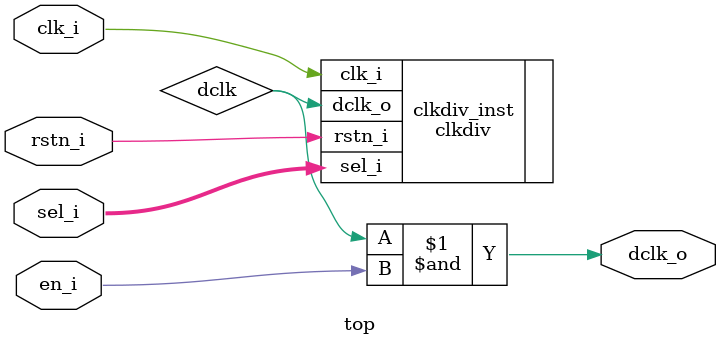
<source format=v>
module top(
    clk_i,
    rstn_i,
    sel_i,
    dclk_o,
    en_i
);

input   wire            clk_i;
input   wire            rstn_i;
input   wire    [1:0]   sel_i;
output  wire            dclk_o;
input   wire            en_i;

wire    dclk;

clkdiv clkdiv_inst(
    .clk_i(clk_i), 
    .rstn_i(rstn_i), 
    .sel_i(sel_i),
    .dclk_o(dclk)
);

assign dclk_o = dclk&en_i;

endmodule

</source>
